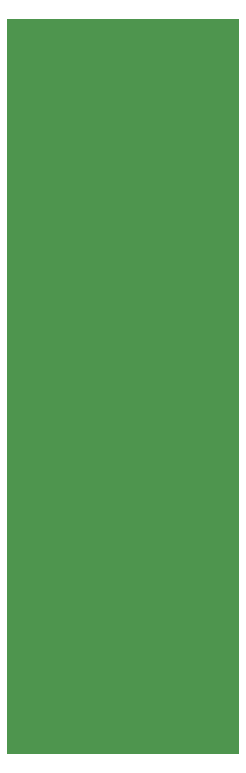
<source format=gbr>
G04 DipTrace 2.4.0.1*
%INBoard.gbr*%
%MOIN*%
%ADD11C,0.0055*%
%FSLAX44Y44*%
G04*
G70*
G90*
G75*
G01*
%LNBoardPoly*%
%LPD*%
G36*
X11690Y28440D2*
D11*
X3940D1*
Y3940D1*
X11690D1*
Y28440D1*
G37*
M02*

</source>
